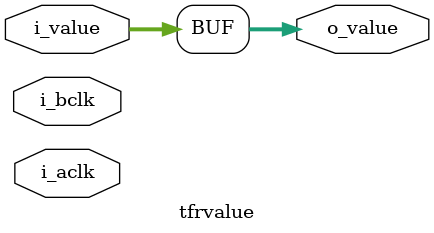
<source format=v>
module	tfrvalue(i_aclk, i_value, i_bclk, o_value);
	parameter	NB = 16;
	parameter	METHOD = "GRAYCODE";
	input	wire			i_aclk, i_bclk;
	input	wire	[(NB-1):0]	i_value;
	output	wire	[(NB-1):0]	o_value;

/*
	genvar	k, j;
	generate
	if (METHOD == "GRAYCODE")
	begin
		// Convert the input to gray code
		reg	[(NB-1):0]	r_agray, q_bgray, r_bgray, r_value;

		always @(posedge i_aclk)
			r_agray <=  { 1'b0, i_value[(NB-1):1] } ^ i_value[(NB-1):0];

		always @(posedge i_bclk)
			q_bgray <= r_agray;

		always @(posedge i_bclk)
			r_bgray <= q_bgray;

		always @(posedge i_bclk)
		begin
			for(k=0; k<NB; k=k+1)
			begin
				r_value[k] = r_bgray[k];
				for(j=k+1; j<NB; j=j+1)
					r_value[k] = r_value[k] ^ r_bgray[j];
			end
		end
	end else if (METHOD == "FLAGGED")
	begin
*/

		reg			r_atfr, q_tfr, r_btfr;
		reg			r_aack, q_ack, r_back;
		reg	[(NB-1):0]	r_aval, r_value;
		always @(posedge i_aclk)
			if ((!r_atfr)&&(!r_aack))
			begin
				r_aval <= i_value;
				if (i_value != r_aval)
					r_atfr <= 1'b1;
			end else if (r_aack)
				r_atfr <= 1'b0;


		always @(posedge i_bclk)
			q_tfr <= r_atfr;
		always @(posedge i_bclk)
			r_btfr <= q_tfr;

		always @(posedge i_bclk)
			if ((r_btfr)&&(!r_back))
			begin
				r_value <= r_aval;
				r_back <= 1'b1;
			end else if (!r_btfr)
				r_back <= 1'b0;

		always @(posedge i_aclk)
			q_ack <= r_back;
		always @(posedge i_aclk)
			r_aack <= q_ack;

		assign	o_value = i_value;
/*
	end else
		assign	o_value = i_value;
	endgenerate
*/
		
endmodule

</source>
